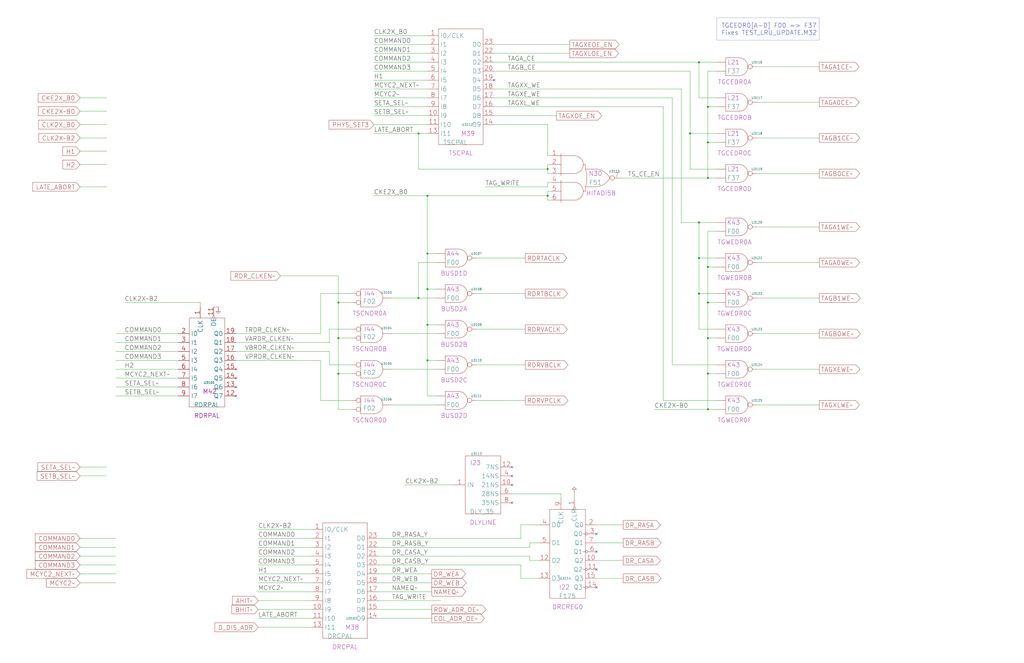
<source format=kicad_sch>
(kicad_sch (version 20250114) (generator "eeschema") (generator_version "9.0")
  (paper "User" 584.2 378.46)
  (title_block (title "CONTROL\\nTAGSTORE CONTROL\\nRDR CLOCK GENERATION") (date "08-MAR-90") (rev "0.0") (comment 1 "MEM32 BOARD") (comment 2 "232-003066") (comment 3 "S400") (comment 4 "RELEASED"))
  (lib_symbols
    (symbol "r1000:DLY_35" (pin_names (offset 1.016))
      (property "Reference" "U" (at 2.54 5.08 0))
      (property "Value" "DLY_35" (at -1.27 -27.94 0))
      (property "Location" "___" (at -1.27 0 0))
      (property "Name" "______" (at 6.35 -35.56 0))
      (symbol "DLY_35_1_1"
        (rectangle (start -3.81 3.81) (end 16.51 -29.21))
        (pin input line (at -10.16 -12.7 0) (length 6.35) (name "IN") (number "1"))
        (pin output line (at 22.86 -2.54 180) (length 6.35) (name "7NS") (number "12"))
        (pin output line (at 22.86 -7.62 180) (length 6.35) (name "14NS") (number "4"))
        (pin output line (at 22.86 -12.7 180) (length 6.35) (name "21NS") (number "10"))
        (pin output line (at 22.86 -17.78 180) (length 6.35) (name "28NS") (number "6"))
        (pin output line (at 22.86 -22.86 180) (length 6.35) (name "35NS") (number "8"))
      )
    )
    (symbol "r1000:DRCPAL" (pin_names (offset 1.016))
      (property "Reference" "U" (at 2.54 5.08 0))
      (property "Value" "DRCPAL" (at -11.43 -5.08 0))
      (property "Location" "___" (at -1.27 0 0))
      (property "Name" "______" (at -1.27 -12.7 0))
      (symbol "DRCPAL_1_1"
        (rectangle (start -13.97 59.69) (end 11.43 -6.35))
        (pin input line (at -20.32 55.88 0) (length 6.35) (name "I0/CLK") (number "1"))
        (pin input line (at -20.32 50.8 0) (length 6.35) (name "I1") (number "2"))
        (pin input line (at -20.32 45.72 0) (length 6.35) (name "I2") (number "3"))
        (pin input line (at -20.32 40.64 0) (length 6.35) (name "I3") (number "4"))
        (pin input line (at -20.32 35.56 0) (length 6.35) (name "I4") (number "5"))
        (pin input line (at -20.32 30.48 0) (length 6.35) (name "I5") (number "6"))
        (pin input line (at -20.32 25.4 0) (length 6.35) (name "I6") (number "7"))
        (pin input line (at -20.32 20.32 0) (length 6.35) (name "I7") (number "8"))
        (pin input line (at -20.32 15.24 0) (length 6.35) (name "I8") (number "9"))
        (pin input line (at -20.32 10.16 0) (length 6.35) (name "I9") (number "10"))
        (pin input line (at -20.32 5.08 0) (length 6.35) (name "I10") (number "11"))
        (pin input line (at -20.32 0 0) (length 6.35) (name "I11") (number "13"))
        (pin output line (at 17.78 50.8 180) (length 6.35) (name "D0") (number "23"))
        (pin output line (at 17.78 45.72 180) (length 6.35) (name "D1") (number "22"))
        (pin output line (at 17.78 40.64 180) (length 6.35) (name "D2") (number "21"))
        (pin output line (at 17.78 35.56 180) (length 6.35) (name "D3") (number "20"))
        (pin output line (at 17.78 30.48 180) (length 6.35) (name "D4") (number "19"))
        (pin output line (at 17.78 25.4 180) (length 6.35) (name "D5") (number "18"))
        (pin output line (at 17.78 20.32 180) (length 6.35) (name "D6") (number "17"))
        (pin output line (at 17.78 15.24 180) (length 6.35) (name "D7") (number "16"))
        (pin output line (at 17.78 10.16 180) (length 6.35) (name "D8") (number "15"))
        (pin output line (at 17.78 5.08 180) (length 6.35) (name "D9") (number "14"))
      )
    )
    (symbol "r1000:F00" (pin_numbers (hide yes)) (pin_names (hide yes))
      (property "Reference" "U" (at 15.24 0 0))
      (property "Value" "F00" (at 1.905 -5.08 0))
      (property "Location" "___" (at 1.905 0 0))
      (property "Name" "______" (at 2.54 -12.7 0))
      (symbol "F00_0_1"
        (polyline (pts (xy -2.54 2.54) (xy -2.54 -7.62)) (stroke (width 0.1524)))
        (polyline (pts (xy -2.54 2.54) (xy 5.08 2.54)) (stroke (width 0.1524)))
        (polyline (pts (xy -2.54 -7.62) (xy 5.08 -7.62)) (stroke (width 0.1524)))
        (arc (start 5.08 2.54) (mid 10.1281 -2.54) (end 5.08 -7.62) (stroke (width 0.1524)))
        (circle (center 11.43 -2.54) (radius 1.27) (stroke (width 0.1524)))
      )
      (symbol "F00_0_2"
        (arc (start -3.175 2.54) (mid -2.134 -2.54) (end -3.175 -7.62) (stroke (width 0.1524)))
        (circle (center -3.81 0) (radius 1.27) (stroke (width 0.1524)))
        (circle (center -3.81 -5.08) (radius 1.27) (stroke (width 0.1524)))
        (polyline (pts (xy -3.175 2.54) (xy 3.81 2.54)) (stroke (width 0.1524)))
        (polyline (pts (xy -3.175 -7.62) (xy 3.81 -7.62)) (stroke (width 0.1524)))
        (arc (start 3.81 2.54) (mid 7.5828 0.7472) (end 10.16 -2.54) (stroke (width 0.1524)))
        (arc (start 10.16 -2.54) (mid 7.5855 -5.8306) (end 3.81 -7.62) (stroke (width 0.1524)))
      )
      (symbol "F00_1_1"
        (pin input line (at -7.62 0 0) (length 5.08) (name "D0") (number "1"))
        (pin input line (at -7.62 -5.08 0) (length 5.08) (name "D1") (number "2"))
        (pin output line (at 15.24 -2.54 180) (length 2.54) (name "Q") (number "3"))
      )
      (symbol "F00_1_2"
        (pin input line (at -7.62 0 0) (length 2.54) (name "D0") (number "1"))
        (pin input line (at -7.62 -5.08 0) (length 2.54) (name "D1") (number "2"))
        (pin output line (at 15.24 -2.54 180) (length 5.08) (name "Q") (number "3"))
      )
    )
    (symbol "r1000:F02" (pin_numbers (hide yes)) (pin_names (hide yes))
      (property "Reference" "U" (at 12.16 0.635 0))
      (property "Value" "F02" (at -1.27 -4.445 0))
      (property "Location" "___" (at 2.54 0 0))
      (property "Name" "______" (at 2.54 -12.7 0))
      (symbol "F02_0_1"
        (arc (start -3.81 2.54) (mid -2.9847 -2.54) (end -3.81 -7.62) (stroke (width 0.1524)))
        (polyline (pts (xy -5.08 0) (xy -3.175 0)) (stroke (width 0.1524)))
        (polyline (pts (xy -5.08 -5.08) (xy -3.175 -5.08)) (stroke (width 0.1524)))
        (polyline (pts (xy -3.81 2.54) (xy 2.54 2.54)) (stroke (width 0.1524)))
        (polyline (pts (xy -3.81 -7.62) (xy 2.54 -7.62)) (stroke (width 0.1524)))
        (arc (start 2.54 2.54) (mid 6.9477 0.8966) (end 10.16 -2.54) (stroke (width 0.1524)))
        (arc (start 10.16 -2.54) (mid 6.9515 -5.9823) (end 2.54 -7.62) (stroke (width 0.1524)))
        (circle (center 11.43 -2.54) (radius 1.27) (stroke (width 0.1524)))
        (polyline (pts (xy 13.97 -2.54) (xy 12.7 -2.54)) (stroke (width 0.1524)))
      )
      (symbol "F02_0_2"
        (circle (center -3.81 0) (radius 1.27) (stroke (width 0.1524)))
        (circle (center -3.81 -5.08) (radius 1.27) (stroke (width 0.1524)))
        (polyline (pts (xy -2.54 2.54) (xy -2.54 -7.62)) (stroke (width 0.1524)))
        (polyline (pts (xy -2.54 2.54) (xy 5.08 2.54)) (stroke (width 0.1524)))
        (polyline (pts (xy -2.54 -7.62) (xy 5.08 -7.62)) (stroke (width 0.1524)))
        (arc (start 5.08 2.54) (mid 10.1281 -2.54) (end 5.08 -7.62) (stroke (width 0.1524)))
        (polyline (pts (xy 11.43 -2.54) (xy 10.16 -2.54)) (stroke (width 0.1524)))
        (polyline (pts (xy 11.43 -2.54) (xy 12.7 -2.54)) (stroke (width 0.1524)))
      )
      (symbol "F02_1_1"
        (pin input line (at -7.62 0 0) (length 2.54) (name "D0") (number "1"))
        (pin input line (at -7.62 -5.08 0) (length 2.54) (name "D1") (number "2"))
        (pin output line (at 15.24 -2.54 180) (length 1.27) (name "Q") (number "3"))
      )
      (symbol "F02_1_2"
        (pin input line (at -7.62 0 0) (length 2.54) (name "D0") (number "1"))
        (pin input line (at -7.62 -5.08 0) (length 2.54) (name "D1") (number "2"))
        (pin output line (at 15.24 -2.54 180) (length 2.54) (name "Q") (number "3"))
      )
    )
    (symbol "r1000:F175" (pin_names (offset 1.016))
      (property "Reference" "U" (at 2.54 5.08 0))
      (property "Value" "F175" (at -1.27 -5.08 0))
      (property "Location" "___" (at -1.27 0 0))
      (property "Name" "______" (at 3.81 -12.7 0))
      (symbol "F175_1_1"
        (rectangle (start -6.35 44.45) (end 13.97 -6.35))
        (circle (center 7.62 45.085) (radius 0.635))
        (circle (center 14.605 30.48) (radius 0.635))
        (circle (center 14.605 20.32) (radius 0.635))
        (circle (center 14.605 10.16) (radius 0.635))
        (circle (center 14.605 0) (radius 0.635))
        (pin input line (at -12.7 35.56 0) (length 6.35) (name "D0") (number "4"))
        (pin input line (at -12.7 25.4 0) (length 6.35) (name "D1") (number "5"))
        (pin input line (at -12.7 15.24 0) (length 6.35) (name "D2") (number "12"))
        (pin input line (at -12.7 5.08 0) (length 6.35) (name "D3") (number "13"))
        (pin input line (at 0 50.8 270) (length 6.35) (name "CLK") (number "9"))
        (pin input line (at 7.62 50.8 270) (length 5.08) (name "CLR") (number "1"))
        (pin output line (at 20.32 35.56 180) (length 6.35) (name "Q0") (number "2"))
        (pin output line (at 20.32 30.48 180) (length 5.08) (name "Q0~") (number "3"))
        (pin output line (at 20.32 25.4 180) (length 6.35) (name "Q1") (number "7"))
        (pin output line (at 20.32 20.32 180) (length 5.08) (name "Q1~") (number "6"))
        (pin output line (at 20.32 15.24 180) (length 6.35) (name "Q2") (number "10"))
        (pin output line (at 20.32 10.16 180) (length 5.08) (name "Q2~") (number "11"))
        (pin output line (at 20.32 5.08 180) (length 6.35) (name "Q3") (number "15"))
        (pin output line (at 20.32 0 180) (length 5.08) (name "Q3~") (number "14"))
      )
    )
    (symbol "r1000:F37" (pin_numbers (hide yes)) (pin_names (offset 0) (hide yes))
      (property "Reference" "U" (at 15.24 0 0))
      (property "Value" "F37" (at 1.905 -5.08 0))
      (property "Location" "___" (at 1.905 0 0))
      (property "Name" "______" (at 2.54 -12.7 0))
      (symbol "F37_0_1"
        (polyline (pts (xy -2.54 2.54) (xy -2.54 -7.62)) (stroke (width 0.1524)))
        (polyline (pts (xy -2.54 2.54) (xy 5.08 2.54)) (stroke (width 0.1524)))
        (polyline (pts (xy -2.54 -7.62) (xy 5.08 -7.62)) (stroke (width 0.1524)))
        (arc (start 5.08 2.54) (mid 10.1281 -2.54) (end 5.08 -7.62) (stroke (width 0.1524)))
        (circle (center 11.43 -2.54) (radius 1.27) (stroke (width 0.1524)))
      )
      (symbol "F37_0_2"
        (arc (start -3.175 2.54) (mid -2.134 -2.54) (end -3.175 -7.62) (stroke (width 0.1524)))
        (circle (center -3.81 0) (radius 1.27) (stroke (width 0.1524)))
        (circle (center -3.81 -5.08) (radius 1.27) (stroke (width 0.1524)))
        (polyline (pts (xy -3.175 2.54) (xy 3.81 2.54)) (stroke (width 0.1524)))
        (polyline (pts (xy -3.175 -7.62) (xy 3.81 -7.62)) (stroke (width 0.1524)))
        (arc (start 3.81 2.54) (mid 7.5828 0.7472) (end 10.16 -2.54) (stroke (width 0.1524)))
        (arc (start 10.16 -2.54) (mid 7.5855 -5.8306) (end 3.81 -7.62) (stroke (width 0.1524)))
      )
      (symbol "F37_1_1"
        (pin input line (at -7.62 0 0) (length 5.08) (name "D0") (number "1"))
        (pin input line (at -7.62 -5.08 0) (length 5.08) (name "D1") (number "2"))
        (pin output line (at 15.24 -2.54 180) (length 2.54) (name "Q") (number "3"))
      )
      (symbol "F37_1_2"
        (pin input line (at -7.62 0 0) (length 2.54) (name "D0") (number "1"))
        (pin input line (at -7.62 -5.08 0) (length 2.54) (name "D1") (number "2"))
        (pin output line (at 15.24 -2.54 180) (length 5.08) (name "Q") (number "3"))
      )
    )
    (symbol "r1000:F51" (pin_names (hide yes))
      (property "Reference" "U" (at 12.7 1.27 0))
      (property "Value" "F51" (at 1.905 -5.08 0))
      (property "Location" "___" (at 1.905 0 0))
      (property "Name" "______" (at 5.08 -12.7 0))
      (symbol "F51_0_0"
        (polyline (pts (xy -20.32 10.16) (xy -17.78 10.16)) (stroke (width 0.1524)))
        (polyline (pts (xy -20.32 5.08) (xy -17.78 5.08)) (stroke (width 0.1524)))
        (polyline (pts (xy -20.32 0) (xy -17.78 0)) (stroke (width 0.1524)))
        (polyline (pts (xy -20.32 -5.08) (xy -17.78 -5.08)) (stroke (width 0.1524)))
        (polyline (pts (xy -20.32 -10.16) (xy -17.78 -10.16)) (stroke (width 0.1524)))
        (polyline (pts (xy -20.32 -15.24) (xy -17.78 -15.24)) (stroke (width 0.1524)))
        (arc (start -3.8173 2.54) (mid -2.9926 -2.54) (end -3.8173 -7.62) (stroke (width 0.1524)))
        (polyline (pts (xy -17.78 11.43) (xy -17.78 -1.27)) (stroke (width 0.1524)))
        (polyline (pts (xy -17.78 -3.81) (xy -17.78 -16.51)) (stroke (width 0.1524)))
        (polyline (pts (xy -10.16 10.16) (xy -17.78 10.16)) (stroke (width 0.1524)))
        (arc (start -10.16 10.16) (mid -6.5679 8.6721) (end -5.08 5.08) (stroke (width 0.1524)))
        (arc (start -5.08 5.08) (mid -6.5679 1.4879) (end -10.16 0) (stroke (width 0.1524)))
        (polyline (pts (xy -10.16 0) (xy -17.78 0)) (stroke (width 0.1524)))
        (polyline (pts (xy -10.16 -5.08) (xy -17.78 -5.08)) (stroke (width 0.1524)))
        (arc (start -10.16 -5.08) (mid -6.5679 -6.5679) (end -5.08 -10.16) (stroke (width 0.1524)))
        (arc (start -5.08 -10.16) (mid -6.5679 -13.7521) (end -10.16 -15.24) (stroke (width 0.1524)))
        (polyline (pts (xy -10.16 -15.24) (xy -17.78 -15.24)) (stroke (width 0.1524)))
        (polyline (pts (xy -5.08 5.08) (xy -3.81 5.08) (xy -3.81 2.54)) (stroke (width 0.1524)))
        (polyline (pts (xy -5.08 -10.16) (xy -3.81 -10.16) (xy -3.81 -7.62)) (stroke (width 0.1524)))
        (polyline (pts (xy -3.81 2.54) (xy 2.54 2.54)) (stroke (width 0.1524)))
        (polyline (pts (xy -3.81 -7.62) (xy 2.54 -7.62)) (stroke (width 0.1524)))
        (arc (start 10.16 -2.54) (mid 6.9504 -5.9807) (end 2.54 -7.62) (stroke (width 0.1524)))
        (arc (start 2.54 2.54) (mid 6.9516 0.9024) (end 10.16 -2.54) (stroke (width 0.1524)))
        (circle (center 11.43 -2.54) (radius 1.27) (stroke (width 0.1524)))
      )
      (symbol "F51_1_1"
        (pin input line (at -22.86 10.16 0) (length 2.54) (name "A1") (number "1"))
        (pin input line (at -22.86 5.08 0) (length 2.54) (name "A2") (number "2"))
        (pin input line (at -22.86 0 0) (length 2.54) (name "A3") (number "3"))
        (pin input line (at -22.86 -5.08 0) (length 2.54) (name "B1") (number "4"))
        (pin input line (at -22.86 -10.16 0) (length 2.54) (name "B2") (number "5"))
        (pin input line (at -22.86 -15.24 0) (length 2.54) (name "B3") (number "6"))
        (pin output line (at 15.24 -2.54 180) (length 2.54) (name "Q") (number "7"))
      )
    )
    (symbol "r1000:PD" (power) (pin_numbers (hide yes)) (pin_names (hide yes)) (in_bom no)
      (symbol "PD_0_1"
        (polyline (pts (xy 0 -2.54) (xy 1.27 -2.54) (xy 0 -3.81) (xy -1.27 -2.54) (xy 0 -2.54)) (stroke (width 0.1524)))
      )
      (symbol "PD_1_1"
        (pin power_in line (at 0 0 270) (length 2.54) (name "PD") (number "1"))
      )
    )
    (symbol "r1000:PU" (power) (pin_numbers (hide yes)) (pin_names (hide yes))
      (symbol "PU_0_1"
        (polyline (pts (xy 0 2.54) (xy -1.27 2.54) (xy 0 3.81) (xy 1.27 2.54) (xy 0 2.54)) (stroke (width 0.1524)))
      )
      (symbol "PU_1_1"
        (pin power_in line (at 0 0 90) (length 2.54) (name "PU") (number "1"))
      )
    )
    (symbol "r1000:RDRPAL" (pin_names (offset 1.016))
      (property "Reference" "U" (at 2.54 5.08 0))
      (property "Value" "RDRPAL" (at -6.35 -7.62 0))
      (property "Location" "___" (at -1.27 0 0))
      (property "Name" "______" (at 1.27 -15.24 0))
      (symbol "RDRPAL_1_1"
        (rectangle (start -8.89 41.91) (end 11.43 -8.89))
        (circle (center 5.08 42.545) (radius 0.635))
        (pin input line (at -15.24 33.02 0) (length 6.35) (name "I0") (number "2"))
        (pin input line (at -15.24 27.94 0) (length 6.35) (name "I1") (number "3"))
        (pin input line (at -15.24 22.86 0) (length 6.35) (name "I2") (number "4"))
        (pin input line (at -15.24 17.78 0) (length 6.35) (name "I3") (number "5"))
        (pin input line (at -15.24 12.7 0) (length 6.35) (name "I4") (number "6"))
        (pin input line (at -15.24 7.62 0) (length 6.35) (name "I5") (number "7"))
        (pin input line (at -15.24 2.54 0) (length 6.35) (name "I6") (number "8"))
        (pin input line (at -15.24 -2.54 0) (length 6.35) (name "I7") (number "9"))
        (pin input line (at -2.54 48.26 270) (length 6.35) (name "CLK") (number "1"))
        (pin input line (at 5.08 48.26 270) (length 5.08) (name "OE") (number "11"))
        (pin output line (at 17.78 33.02 180) (length 6.35) (name "Q0") (number "19"))
        (pin output line (at 17.78 27.94 180) (length 6.35) (name "Q1") (number "18"))
        (pin output line (at 17.78 22.86 180) (length 6.35) (name "Q2") (number "17"))
        (pin output line (at 17.78 17.78 180) (length 6.35) (name "Q3") (number "16"))
        (pin output line (at 17.78 12.7 180) (length 6.35) (name "Q4") (number "15"))
        (pin output line (at 17.78 7.62 180) (length 6.35) (name "Q5") (number "14"))
        (pin output line (at 17.78 2.54 180) (length 6.35) (name "Q6") (number "13"))
        (pin output line (at 17.78 -2.54 180) (length 6.35) (name "Q7") (number "12"))
      )
    )
    (symbol "r1000:TSCPAL" (pin_names (offset 1.016))
      (property "Reference" "U" (at 2.54 5.08 0))
      (property "Value" "TSCPAL" (at -11.43 -5.08 0))
      (property "Location" "___" (at -1.27 0 0))
      (property "Name" "______" (at -1.27 -12.7 0))
      (symbol "TSCPAL_1_1"
        (rectangle (start -13.97 59.69) (end 11.43 -6.35))
        (pin input line (at -20.32 55.88 0) (length 6.35) (name "I0/CLK") (number "1"))
        (pin input line (at -20.32 50.8 0) (length 6.35) (name "I1") (number "2"))
        (pin input line (at -20.32 45.72 0) (length 6.35) (name "I2") (number "3"))
        (pin input line (at -20.32 40.64 0) (length 6.35) (name "I3") (number "4"))
        (pin input line (at -20.32 35.56 0) (length 6.35) (name "I4") (number "5"))
        (pin input line (at -20.32 30.48 0) (length 6.35) (name "I5") (number "6"))
        (pin input line (at -20.32 25.4 0) (length 6.35) (name "I6") (number "7"))
        (pin input line (at -20.32 20.32 0) (length 6.35) (name "I7") (number "8"))
        (pin input line (at -20.32 15.24 0) (length 6.35) (name "I8") (number "9"))
        (pin input line (at -20.32 10.16 0) (length 6.35) (name "I9") (number "10"))
        (pin input line (at -20.32 5.08 0) (length 6.35) (name "I10") (number "11"))
        (pin input line (at -20.32 0 0) (length 6.35) (name "I11") (number "13"))
        (pin output line (at 17.78 50.8 180) (length 6.35) (name "D0") (number "23"))
        (pin output line (at 17.78 45.72 180) (length 6.35) (name "D1") (number "22"))
        (pin output line (at 17.78 40.64 180) (length 6.35) (name "D2") (number "21"))
        (pin output line (at 17.78 35.56 180) (length 6.35) (name "D3") (number "20"))
        (pin output line (at 17.78 30.48 180) (length 6.35) (name "D4") (number "19"))
        (pin output line (at 17.78 25.4 180) (length 6.35) (name "D5") (number "18"))
        (pin output line (at 17.78 20.32 180) (length 6.35) (name "D6") (number "17"))
        (pin output line (at 17.78 15.24 180) (length 6.35) (name "D7") (number "16"))
        (pin output line (at 17.78 10.16 180) (length 6.35) (name "D8") (number "15"))
        (pin output line (at 17.78 5.08 180) (length 6.35) (name "D9") (number "14"))
      )
    )
  )
  (text "TGCEDR0[A-D] F00 => F37\nFixes TEST_LRU_UPDATE.M32" (at 411.48 20.32 0) (effects (font (size 2.54 2.54)) (justify left bottom)))
  (junction (at 193.04 172.72))
  (junction (at 193.04 193.04))
  (junction (at 398.78 35.56))
  (junction (at 398.78 147.32))
  (junction (at 403.86 152.4))
  (junction (at 403.86 101.6))
  (junction (at 403.86 172.72))
  (junction (at 398.78 127))
  (junction (at 403.86 233.68))
  (junction (at 312.42 96.52))
  (junction (at 243.84 165.1))
  (junction (at 398.78 167.64))
  (junction (at 403.86 81.28))
  (junction (at 403.86 213.36))
  (junction (at 238.76 76.2))
  (junction (at 243.84 205.74))
  (junction (at 312.42 111.76))
  (junction (at 243.84 185.42))
  (junction (at 193.04 213.36))
  (junction (at 238.76 170.18))
  (junction (at 403.86 193.04))
  (junction (at 243.84 144.78))
  (junction (at 403.86 60.96))
  (junction (at 393.7 76.2))
  (junction (at 243.84 111.76))
  (no_connect (at 292.1 276.86))
  (no_connect (at 340.36 335.28))
  (no_connect (at 134.62 226.06))
  (no_connect (at 281.94 45.72))
  (no_connect (at 292.1 271.78))
  (no_connect (at 134.62 210.82))
  (no_connect (at 340.36 314.96))
  (no_connect (at 340.36 304.8))
  (no_connect (at 340.36 325.12))
  (no_connect (at 134.62 220.98))
  (no_connect (at 292.1 287.02))
  (no_connect (at 292.1 266.7))
  (no_connect (at 134.62 215.9))
  (wire (pts (xy 281.94 71.12) (xy 312.42 71.12)))
  (wire (pts (xy 147.32 358.14) (xy 177.8 358.14)))
  (wire (pts (xy 213.36 55.88) (xy 243.84 55.88)))
  (wire (pts (xy 353.06 101.6) (xy 403.86 101.6)))
  (wire (pts (xy 398.78 167.64) (xy 408.94 167.64)))
  (wire (pts (xy 213.36 111.76) (xy 243.84 111.76)))
  (wire (pts (xy 45.72 55.88) (xy 60.96 55.88)))
  (wire (pts (xy 182.88 167.64) (xy 182.88 190.5)))
  (wire (pts (xy 147.32 327.66) (xy 177.8 327.66)))
  (wire (pts (xy 403.86 152.4) (xy 408.94 152.4)))
  (wire (pts (xy 408.94 55.88) (xy 398.78 55.88)))
  (wire (pts (xy 403.86 233.68) (xy 403.86 213.36)))
  (wire (pts (xy 45.72 332.74) (xy 66.04 332.74)))
  (wire (pts (xy 314.96 114.3) (xy 312.42 114.3)))
  (wire (pts (xy 302.26 317.5) (xy 302.26 320.04)))
  (wire (pts (xy 393.7 96.52) (xy 408.94 96.52)))
  (wire (pts (xy 243.84 226.06) (xy 248.92 226.06)))
  (wire (pts (xy 271.78 187.96) (xy 299.72 187.96)))
  (wire (pts (xy 213.36 71.12) (xy 243.84 71.12)))
  (wire (pts (xy 147.32 353.06) (xy 177.8 353.06)))
  (wire (pts (xy 243.84 165.1) (xy 243.84 185.42)))
  (wire (pts (xy 302.26 320.04) (xy 307.34 320.04)))
  (wire (pts (xy 213.36 76.2) (xy 238.76 76.2)))
  (wire (pts (xy 393.7 76.2) (xy 393.7 96.52)))
  (wire (pts (xy 213.36 60.96) (xy 243.84 60.96)))
  (wire (pts (xy 45.72 266.7) (xy 60.96 266.7)))
  (wire (pts (xy 238.76 170.18) (xy 238.76 149.86)))
  (wire (pts (xy 160.02 157.48) (xy 193.04 157.48)))
  (wire (pts (xy 238.76 170.18) (xy 248.92 170.18)))
  (wire (pts (xy 45.72 106.68) (xy 60.96 106.68)))
  (wire (pts (xy 340.36 309.88) (xy 355.6 309.88)))
  (wire (pts (xy 373.38 233.68) (xy 403.86 233.68)))
  (wire (pts (xy 45.72 93.98) (xy 60.96 93.98)))
  (wire (pts (xy 398.78 147.32) (xy 398.78 127)))
  (wire (pts (xy 297.18 330.2) (xy 307.34 330.2)))
  (wire (pts (xy 383.54 55.88) (xy 383.54 208.28)))
  (wire (pts (xy 281.94 50.8) (xy 388.62 50.8)))
  (wire (pts (xy 45.72 322.58) (xy 66.04 322.58)))
  (wire (pts (xy 45.72 86.36) (xy 60.96 86.36)))
  (wire (pts (xy 297.18 299.72) (xy 307.34 299.72)))
  (wire (pts (xy 213.36 35.56) (xy 243.84 35.56)))
  (wire (pts (xy 147.32 307.34) (xy 177.8 307.34)))
  (wire (pts (xy 238.76 76.2) (xy 243.84 76.2)))
  (wire (pts (xy 281.94 35.56) (xy 398.78 35.56)))
  (wire (pts (xy 243.84 144.78) (xy 243.84 165.1)))
  (wire (pts (xy 431.8 210.82) (xy 467.36 210.82)))
  (wire (pts (xy 213.36 25.4) (xy 243.84 25.4)))
  (wire (pts (xy 66.04 205.74) (xy 101.6 205.74)))
  (wire (pts (xy 193.04 213.36) (xy 200.66 213.36)))
  (wire (pts (xy 408.94 40.64) (xy 403.86 40.64)))
  (wire (pts (xy 215.9 317.5) (xy 302.26 317.5)))
  (wire (pts (xy 45.72 327.66) (xy 66.04 327.66)))
  (wire (pts (xy 45.72 312.42) (xy 66.04 312.42)))
  (wire (pts (xy 312.42 99.06) (xy 312.42 96.52)))
  (wire (pts (xy 147.32 347.98) (xy 177.8 347.98)))
  (wire (pts (xy 66.04 226.06) (xy 101.6 226.06)))
  (wire (pts (xy 281.94 30.48) (xy 325.12 30.48)))
  (wire (pts (xy 238.76 96.52) (xy 238.76 76.2)))
  (wire (pts (xy 114.3 172.72) (xy 114.3 175.26)))
  (wire (pts (xy 431.8 149.86) (xy 467.36 149.86)))
  (wire (pts (xy 231.14 276.86) (xy 259.08 276.86)))
  (wire (pts (xy 193.04 193.04) (xy 200.66 193.04)))
  (wire (pts (xy 45.72 78.74) (xy 60.96 78.74)))
  (wire (pts (xy 431.8 129.54) (xy 467.36 129.54)))
  (wire (pts (xy 297.18 307.34) (xy 297.18 299.72)))
  (polyline (pts (xy 408.94 10.16) (xy 408.94 22.86)) (stroke (width 0.0305)))
  (wire (pts (xy 403.86 193.04) (xy 403.86 172.72)))
  (wire (pts (xy 213.36 45.72) (xy 243.84 45.72)))
  (wire (pts (xy 312.42 109.22) (xy 314.96 109.22)))
  (wire (pts (xy 200.66 208.28) (xy 187.96 208.28)))
  (wire (pts (xy 215.9 347.98) (xy 246.38 347.98)))
  (wire (pts (xy 215.9 327.66) (xy 246.38 327.66)))
  (wire (pts (xy 121.92 175.26) (xy 124.46 175.26)))
  (wire (pts (xy 238.76 149.86) (xy 248.92 149.86)))
  (wire (pts (xy 243.84 185.42) (xy 248.92 185.42)))
  (wire (pts (xy 281.94 66.04) (xy 317.5 66.04)))
  (wire (pts (xy 213.36 40.64) (xy 243.84 40.64)))
  (polyline (pts (xy 408.94 10.16) (xy 467.36 10.16)) (stroke (width 0.0305)))
  (wire (pts (xy 215.9 332.74) (xy 246.38 332.74)))
  (wire (pts (xy 243.84 205.74) (xy 243.84 226.06)))
  (wire (pts (xy 271.78 147.32) (xy 299.72 147.32)))
  (wire (pts (xy 215.9 322.58) (xy 297.18 322.58)))
  (wire (pts (xy 271.78 167.64) (xy 299.72 167.64)))
  (wire (pts (xy 215.9 337.82) (xy 246.38 337.82)))
  (wire (pts (xy 213.36 50.8) (xy 243.84 50.8)))
  (wire (pts (xy 403.86 60.96) (xy 403.86 81.28)))
  (wire (pts (xy 243.84 165.1) (xy 248.92 165.1)))
  (wire (pts (xy 281.94 60.96) (xy 378.46 60.96)))
  (wire (pts (xy 193.04 193.04) (xy 193.04 213.36)))
  (wire (pts (xy 378.46 228.6) (xy 408.94 228.6)))
  (wire (pts (xy 243.84 144.78) (xy 248.92 144.78)))
  (wire (pts (xy 45.72 317.5) (xy 66.04 317.5)))
  (wire (pts (xy 292.1 281.94) (xy 320.04 281.94)))
  (wire (pts (xy 213.36 30.48) (xy 243.84 30.48)))
  (wire (pts (xy 276.86 106.68) (xy 312.42 106.68)))
  (wire (pts (xy 193.04 172.72) (xy 200.66 172.72)))
  (wire (pts (xy 312.42 111.76) (xy 312.42 109.22)))
  (wire (pts (xy 398.78 55.88) (xy 398.78 35.56)))
  (wire (pts (xy 271.78 228.6) (xy 299.72 228.6)))
  (wire (pts (xy 193.04 157.48) (xy 193.04 172.72)))
  (wire (pts (xy 297.18 322.58) (xy 297.18 330.2)))
  (wire (pts (xy 312.42 93.98) (xy 314.96 93.98)))
  (wire (pts (xy 393.7 76.2) (xy 408.94 76.2)))
  (wire (pts (xy 431.8 190.5) (xy 467.36 190.5)))
  (wire (pts (xy 134.62 195.58) (xy 187.96 195.58)))
  (wire (pts (xy 403.86 60.96) (xy 408.94 60.96)))
  (wire (pts (xy 193.04 213.36) (xy 193.04 233.68)))
  (wire (pts (xy 340.36 299.72) (xy 355.6 299.72)))
  (wire (pts (xy 398.78 127) (xy 408.94 127)))
  (wire (pts (xy 66.04 200.66) (xy 101.6 200.66)))
  (wire (pts (xy 403.86 101.6) (xy 408.94 101.6)))
  (wire (pts (xy 223.52 210.82) (xy 248.92 210.82)))
  (wire (pts (xy 314.96 88.9) (xy 312.42 88.9)))
  (wire (pts (xy 403.86 132.08) (xy 408.94 132.08)))
  (wire (pts (xy 215.9 353.06) (xy 246.38 353.06)))
  (wire (pts (xy 393.7 40.64) (xy 393.7 76.2)))
  (wire (pts (xy 408.94 187.96) (xy 398.78 187.96)))
  (wire (pts (xy 327.66 281.94) (xy 327.66 284.48)))
  (wire (pts (xy 431.8 78.74) (xy 467.36 78.74)))
  (wire (pts (xy 281.94 25.4) (xy 325.12 25.4)))
  (wire (pts (xy 66.04 190.5) (xy 101.6 190.5)))
  (wire (pts (xy 403.86 213.36) (xy 403.86 193.04)))
  (wire (pts (xy 431.8 170.18) (xy 467.36 170.18)))
  (wire (pts (xy 45.72 271.78) (xy 60.96 271.78)))
  (wire (pts (xy 398.78 147.32) (xy 408.94 147.32)))
  (wire (pts (xy 403.86 213.36) (xy 408.94 213.36)))
  (wire (pts (xy 243.84 185.42) (xy 243.84 205.74)))
  (wire (pts (xy 302.26 312.42) (xy 302.26 309.88)))
  (wire (pts (xy 187.96 187.96) (xy 200.66 187.96)))
  (wire (pts (xy 215.9 307.34) (xy 297.18 307.34)))
  (wire (pts (xy 243.84 111.76) (xy 243.84 144.78)))
  (wire (pts (xy 403.86 172.72) (xy 408.94 172.72)))
  (wire (pts (xy 147.32 322.58) (xy 177.8 322.58)))
  (wire (pts (xy 403.86 193.04) (xy 408.94 193.04)))
  (wire (pts (xy 383.54 208.28) (xy 408.94 208.28)))
  (wire (pts (xy 215.9 342.9) (xy 251.46 342.9)))
  (wire (pts (xy 200.66 167.64) (xy 182.88 167.64)))
  (wire (pts (xy 66.04 195.58) (xy 101.6 195.58)))
  (wire (pts (xy 243.84 205.74) (xy 248.92 205.74)))
  (wire (pts (xy 213.36 66.04) (xy 243.84 66.04)))
  (wire (pts (xy 215.9 312.42) (xy 302.26 312.42)))
  (wire (pts (xy 312.42 104.14) (xy 314.96 104.14)))
  (wire (pts (xy 281.94 55.88) (xy 383.54 55.88)))
  (wire (pts (xy 281.94 40.64) (xy 393.7 40.64)))
  (wire (pts (xy 223.52 190.5) (xy 248.92 190.5)))
  (wire (pts (xy 312.42 96.52) (xy 312.42 93.98)))
  (wire (pts (xy 147.32 312.42) (xy 177.8 312.42)))
  (wire (pts (xy 378.46 60.96) (xy 378.46 228.6)))
  (wire (pts (xy 431.8 99.06) (xy 467.36 99.06)))
  (wire (pts (xy 243.84 111.76) (xy 312.42 111.76)))
  (wire (pts (xy 398.78 187.96) (xy 398.78 167.64)))
  (wire (pts (xy 388.62 127) (xy 398.78 127)))
  (wire (pts (xy 403.86 152.4) (xy 403.86 132.08)))
  (wire (pts (xy 320.04 281.94) (xy 320.04 284.48)))
  (wire (pts (xy 193.04 172.72) (xy 193.04 193.04)))
  (wire (pts (xy 403.86 81.28) (xy 408.94 81.28)))
  (wire (pts (xy 340.36 330.2) (xy 355.6 330.2)))
  (polyline (pts (xy 467.36 10.16) (xy 467.36 22.86)) (stroke (width 0.0305)))
  (wire (pts (xy 431.8 231.14) (xy 467.36 231.14)))
  (wire (pts (xy 182.88 190.5) (xy 134.62 190.5)))
  (wire (pts (xy 312.42 114.3) (xy 312.42 111.76)))
  (wire (pts (xy 134.62 205.74) (xy 182.88 205.74)))
  (wire (pts (xy 66.04 220.98) (xy 101.6 220.98)))
  (wire (pts (xy 388.62 50.8) (xy 388.62 127)))
  (wire (pts (xy 340.36 320.04) (xy 355.6 320.04)))
  (wire (pts (xy 66.04 215.9) (xy 101.6 215.9)))
  (wire (pts (xy 403.86 172.72) (xy 403.86 152.4)))
  (wire (pts (xy 182.88 228.6) (xy 200.66 228.6)))
  (wire (pts (xy 312.42 96.52) (xy 238.76 96.52)))
  (wire (pts (xy 182.88 205.74) (xy 182.88 228.6)))
  (wire (pts (xy 147.32 332.74) (xy 177.8 332.74)))
  (wire (pts (xy 431.8 58.42) (xy 467.36 58.42)))
  (wire (pts (xy 312.42 106.68) (xy 312.42 104.14)))
  (wire (pts (xy 45.72 71.12) (xy 60.96 71.12)))
  (wire (pts (xy 187.96 200.66) (xy 134.62 200.66)))
  (wire (pts (xy 213.36 20.32) (xy 243.84 20.32)))
  (wire (pts (xy 398.78 35.56) (xy 408.94 35.56)))
  (wire (pts (xy 271.78 208.28) (xy 299.72 208.28)))
  (wire (pts (xy 312.42 88.9) (xy 312.42 71.12)))
  (wire (pts (xy 431.8 38.1) (xy 467.36 38.1)))
  (wire (pts (xy 398.78 167.64) (xy 398.78 147.32)))
  (wire (pts (xy 71.12 172.72) (xy 114.3 172.72)))
  (wire (pts (xy 187.96 208.28) (xy 187.96 200.66)))
  (wire (pts (xy 147.32 317.5) (xy 177.8 317.5)))
  (wire (pts (xy 403.86 81.28) (xy 403.86 101.6)))
  (wire (pts (xy 223.52 231.14) (xy 248.92 231.14)))
  (wire (pts (xy 66.04 210.82) (xy 101.6 210.82)))
  (wire (pts (xy 403.86 40.64) (xy 403.86 60.96)))
  (wire (pts (xy 147.32 302.26) (xy 177.8 302.26)))
  (wire (pts (xy 147.32 342.9) (xy 177.8 342.9)))
  (wire (pts (xy 45.72 63.5) (xy 60.96 63.5)))
  (wire (pts (xy 314.96 99.06) (xy 312.42 99.06)))
  (wire (pts (xy 302.26 309.88) (xy 307.34 309.88)))
  (wire (pts (xy 193.04 233.68) (xy 200.66 233.68)))
  (polyline (pts (xy 467.36 22.86) (xy 408.94 22.86)) (stroke (width 0.0305)))
  (wire (pts (xy 403.86 233.68) (xy 408.94 233.68)))
  (wire (pts (xy 147.32 337.82) (xy 177.8 337.82)))
  (wire (pts (xy 223.52 170.18) (xy 238.76 170.18)))
  (wire (pts (xy 45.72 307.34) (xy 66.04 307.34)))
  (wire (pts (xy 187.96 195.58) (xy 187.96 187.96)))
  (label "TS_CE_EN" (at 358.14 101.6 0) (effects (font (size 2.54 2.54))))
  (label "MCYC2_NEXT~" (at 71.12 215.9 0) (effects (font (size 2.54 2.54))))
  (label "DR_CASB_Y" (at 223.52 322.58 0) (effects (font (size 2.54 2.54))))
  (label "MCYC2~" (at 213.36 55.88 0) (effects (font (size 2.54 2.54))))
  (label "VBRDR_CLKEN~" (at 139.7 200.66 0) (effects (font (size 2.54 2.54))))
  (label "CLK2X~B2" (at 147.32 302.26 0) (effects (font (size 2.54 2.54))))
  (label "CLK2X~B2" (at 71.12 172.72 0) (effects (font (size 2.54 2.54))))
  (label "LATE_ABORT" (at 213.36 76.2 0) (effects (font (size 2.54 2.54))))
  (label "COMMAND1" (at 147.32 312.42 0) (effects (font (size 2.54 2.54))))
  (label "CLK2X_B0" (at 213.36 20.32 0) (effects (font (size 2.54 2.54))))
  (label "COMMAND3" (at 71.12 205.74 0) (effects (font (size 2.54 2.54))))
  (label "COMMAND2" (at 71.12 200.66 0) (effects (font (size 2.54 2.54))))
  (label "CLK2X~B2" (at 231.14 276.86 0) (effects (font (size 2.54 2.54))))
  (label "SETA_SEL~" (at 71.12 220.98 0) (effects (font (size 2.54 2.54))))
  (label "TRDR_CLKEN~" (at 139.7 190.5 0) (effects (font (size 2.54 2.54))))
  (label "TAGXL_WE" (at 289.56 60.96 0) (effects (font (size 2.54 2.54))))
  (label "COMMAND0" (at 71.12 190.5 0) (effects (font (size 2.54 2.54))))
  (label "VARDR_CLKEN~" (at 139.7 195.58 0) (effects (font (size 2.54 2.54))))
  (label "CKE2X~B0" (at 373.38 233.68 0) (effects (font (size 2.54 2.54))))
  (label "COMMAND0" (at 147.32 307.34 0) (effects (font (size 2.54 2.54))))
  (label "SETB_SEL~" (at 213.36 66.04 0) (effects (font (size 2.54 2.54))))
  (label "DR_WEA" (at 223.52 327.66 0) (effects (font (size 2.54 2.54))))
  (label "TAGB_CE" (at 289.56 40.64 0) (effects (font (size 2.54 2.54))))
  (label "SETB_SEL~" (at 71.12 226.06 0) (effects (font (size 2.54 2.54))))
  (label "DR_RASA_Y" (at 223.52 307.34 0) (effects (font (size 2.54 2.54))))
  (label "COMMAND2" (at 147.32 317.5 0) (effects (font (size 2.54 2.54))))
  (label "COMMAND1" (at 71.12 195.58 0) (effects (font (size 2.54 2.54))))
  (label "H1" (at 213.36 45.72 0) (effects (font (size 2.54 2.54))))
  (label "VPRDR_CLKEN~" (at 139.7 205.74 0) (effects (font (size 2.54 2.54))))
  (label "DR_WEB" (at 223.52 332.74 0) (effects (font (size 2.54 2.54))))
  (label "TAG_WRITE" (at 276.86 106.68 0) (effects (font (size 2.54 2.54))))
  (label "TAGXE_WE" (at 289.56 55.88 0) (effects (font (size 2.54 2.54))))
  (label "H1" (at 147.32 327.66 0) (effects (font (size 2.54 2.54))))
  (label "DR_CASA_Y" (at 223.52 317.5 0) (effects (font (size 2.54 2.54))))
  (label "H2" (at 71.12 210.82 0) (effects (font (size 2.54 2.54))))
  (label "TAGA_CE" (at 289.56 35.56 0) (effects (font (size 2.54 2.54))))
  (label "MCYC2~" (at 147.32 337.82 0) (effects (font (size 2.54 2.54))))
  (label "CKE2X_B0" (at 213.36 111.76 0) (effects (font (size 2.54 2.54))))
  (label "COMMAND2" (at 213.36 35.56 0) (effects (font (size 2.54 2.54))))
  (label "MCYC2_NEXT~" (at 147.32 332.74 0) (effects (font (size 2.54 2.54))))
  (label "LATE_ABORT" (at 147.32 353.06 0) (effects (font (size 2.54 2.54))))
  (label "TAGXX_WE" (at 289.56 50.8 0) (effects (font (size 2.54 2.54))))
  (label "NAMEQ~" (at 223.52 337.82 0) (effects (font (size 2.54 2.54))))
  (label "COMMAND3" (at 213.36 40.64 0) (effects (font (size 2.54 2.54))))
  (label "TAG_WRITE" (at 223.52 342.9 0) (effects (font (size 2.54 2.54))))
  (label "MCYC2_NEXT~" (at 213.36 50.8 0) (effects (font (size 2.54 2.54))))
  (label "COMMAND3" (at 147.32 322.58 0) (effects (font (size 2.54 2.54))))
  (label "COMMAND1" (at 213.36 30.48 0) (effects (font (size 2.54 2.54))))
  (label "SETA_SEL~" (at 213.36 60.96 0) (effects (font (size 2.54 2.54))))
  (label "COMMAND0" (at 213.36 25.4 0) (effects (font (size 2.54 2.54))))
  (label "DR_RASB_Y" (at 223.52 312.42 0) (effects (font (size 2.54 2.54))))
  (global_label "TAGB1WE~" (shape output) (at 467.36 170.18 0) (effects (font (size 2.54 2.54))) (property "Intersheetrefs" "${INTERSHEET_REFS}" (at 490.8127 170.0213 0) (effects (font (size 1.905 1.905)) (justify left))))
  (global_label "CKE2X~B0" (shape input) (at 45.72 63.5 180) (effects (font (size 2.54 2.54))) (property "Intersheetrefs" "${INTERSHEET_REFS}" (at 21.9045 63.3413 0) (effects (font (size 1.905 1.905)) (justify right))))
  (global_label "DR_CASA" (shape output) (at 355.6 320.04 0) (effects (font (size 2.54 2.54))) (property "Intersheetrefs" "${INTERSHEET_REFS}" (at 376.7546 319.8813 0) (effects (font (size 1.905 1.905)) (justify left))))
  (global_label "LATE_ABORT" (shape input) (at 45.72 106.68 180) (effects (font (size 2.54 2.54))) (property "Intersheetrefs" "${INTERSHEET_REFS}" (at 18.6388 106.5213 0) (effects (font (size 1.905 1.905)) (justify right))))
  (global_label "MCYC2~" (shape input) (at 45.72 332.74 180) (effects (font (size 2.54 2.54))) (property "Intersheetrefs" "${INTERSHEET_REFS}" (at 26.5007 332.5813 0) (effects (font (size 1.905 1.905)) (justify right))))
  (global_label "COL_ADR_OE~" (shape output) (at 246.38 353.06 0) (effects (font (size 2.54 2.54))) (property "Intersheetrefs" "${INTERSHEET_REFS}" (at 276.3641 352.9013 0) (effects (font (size 1.905 1.905)) (justify left))))
  (global_label "RDRTBCLK" (shape output) (at 299.72 167.64 0) (effects (font (size 2.54 2.54))) (property "Intersheetrefs" "${INTERSHEET_REFS}" (at 323.7774 167.4813 0) (effects (font (size 1.905 1.905)) (justify left))))
  (global_label "ROW_ADR_OE~" (shape output) (at 246.38 347.98 0) (effects (font (size 2.54 2.54))) (property "Intersheetrefs" "${INTERSHEET_REFS}" (at 277.2108 347.8213 0) (effects (font (size 1.905 1.905)) (justify left))))
  (global_label "TAGB0CE~" (shape output) (at 467.36 99.06 0) (effects (font (size 2.54 2.54))) (property "Intersheetrefs" "${INTERSHEET_REFS}" (at 490.4498 98.9013 0) (effects (font (size 1.905 1.905)) (justify left))))
  (global_label "DR_RASA" (shape output) (at 355.6 299.72 0) (effects (font (size 2.54 2.54))) (property "Intersheetrefs" "${INTERSHEET_REFS}" (at 376.7546 299.5613 0) (effects (font (size 1.905 1.905)) (justify left))))
  (global_label "PHYS_SET3" (shape input) (at 213.36 71.12 180) (effects (font (size 2.54 2.54))) (property "Intersheetrefs" "${INTERSHEET_REFS}" (at 187.7302 70.9613 0) (effects (font (size 1.905 1.905)) (justify right))))
  (global_label "TAGXOE_EN" (shape output) (at 317.5 66.04 0) (effects (font (size 2.54 2.54))) (property "Intersheetrefs" "${INTERSHEET_REFS}" (at 343.2508 65.8813 0) (effects (font (size 1.905 1.905)) (justify left))))
  (global_label "CLK2X_B0" (shape input) (at 45.72 71.12 180) (effects (font (size 2.54 2.54))) (property "Intersheetrefs" "${INTERSHEET_REFS}" (at 22.0254 70.9613 0) (effects (font (size 1.905 1.905)) (justify right))))
  (global_label "TAGXEOE_EN" (shape output) (at 325.12 25.4 0) (effects (font (size 2.54 2.54))) (property "Intersheetrefs" "${INTERSHEET_REFS}" (at 353.1689 25.2413 0) (effects (font (size 1.905 1.905)) (justify left))))
  (global_label "SETB_SEL~" (shape input) (at 45.72 271.78 180) (effects (font (size 2.54 2.54))) (property "Intersheetrefs" "${INTERSHEET_REFS}" (at 21.1788 271.6213 0) (effects (font (size 1.905 1.905)) (justify right))))
  (global_label "H2" (shape input) (at 45.72 93.98 180) (effects (font (size 2.54 2.54))) (property "Intersheetrefs" "${INTERSHEET_REFS}" (at 35.814 93.8213 0) (effects (font (size 1.905 1.905)) (justify right))))
  (global_label "RDR_CLKEN~" (shape input) (at 160.02 157.48 180) (effects (font (size 2.54 2.54))) (property "Intersheetrefs" "${INTERSHEET_REFS}" (at 131.7292 157.3213 0) (effects (font (size 1.905 1.905)) (justify right))))
  (global_label "TAGB1CE~" (shape output) (at 467.36 78.74 0) (effects (font (size 2.54 2.54))) (property "Intersheetrefs" "${INTERSHEET_REFS}" (at 490.4498 78.5813 0) (effects (font (size 1.905 1.905)) (justify left))))
  (global_label "TAGA1WE~" (shape output) (at 467.36 129.54 0) (effects (font (size 2.54 2.54))) (property "Intersheetrefs" "${INTERSHEET_REFS}" (at 490.4498 129.3813 0) (effects (font (size 1.905 1.905)) (justify left))))
  (global_label "TAGA0WE~" (shape output) (at 467.36 149.86 0) (effects (font (size 2.54 2.54))) (property "Intersheetrefs" "${INTERSHEET_REFS}" (at 490.4498 149.7013 0) (effects (font (size 1.905 1.905)) (justify left))))
  (global_label "CKE2X_B0" (shape input) (at 45.72 55.88 180) (effects (font (size 2.54 2.54))) (property "Intersheetrefs" "${INTERSHEET_REFS}" (at 21.7835 55.7213 0) (effects (font (size 1.905 1.905)) (justify right))))
  (global_label "TAGXEWE~" (shape output) (at 467.36 210.82 0) (effects (font (size 2.54 2.54))) (property "Intersheetrefs" "${INTERSHEET_REFS}" (at 490.5708 210.6613 0) (effects (font (size 1.905 1.905)) (justify left))))
  (global_label "SETA_SEL~" (shape input) (at 45.72 266.7 180) (effects (font (size 2.54 2.54))) (property "Intersheetrefs" "${INTERSHEET_REFS}" (at 21.5416 266.5413 0) (effects (font (size 1.905 1.905)) (justify right))))
  (global_label "BHIT~" (shape input) (at 147.32 347.98 180) (effects (font (size 2.54 2.54))) (property "Intersheetrefs" "${INTERSHEET_REFS}" (at 132.334 347.8213 0) (effects (font (size 1.905 1.905)) (justify right))))
  (global_label "TAGA0CE~" (shape output) (at 467.36 58.42 0) (effects (font (size 2.54 2.54))) (property "Intersheetrefs" "${INTERSHEET_REFS}" (at 490.087 58.2613 0) (effects (font (size 1.905 1.905)) (justify left))))
  (global_label "TAGB0WE~" (shape output) (at 467.36 190.5 0) (effects (font (size 2.54 2.54))) (property "Intersheetrefs" "${INTERSHEET_REFS}" (at 490.8127 190.3413 0) (effects (font (size 1.905 1.905)) (justify left))))
  (global_label "RDRVPCLK" (shape output) (at 299.72 228.6 0) (effects (font (size 2.54 2.54))) (property "Intersheetrefs" "${INTERSHEET_REFS}" (at 324.0193 228.4413 0) (effects (font (size 1.905 1.905)) (justify left))))
  (global_label "TAGA1CE~" (shape output) (at 467.36 38.1 0) (effects (font (size 2.54 2.54))) (property "Intersheetrefs" "${INTERSHEET_REFS}" (at 490.087 37.9413 0) (effects (font (size 1.905 1.905)) (justify left))))
  (global_label "DR_WEA" (shape output) (at 246.38 327.66 0) (effects (font (size 2.54 2.54))) (property "Intersheetrefs" "${INTERSHEET_REFS}" (at 265.5993 327.5013 0) (effects (font (size 1.905 1.905)) (justify left))))
  (global_label "NAMEQ~" (shape output) (at 246.38 337.82 0) (effects (font (size 2.54 2.54))) (property "Intersheetrefs" "${INTERSHEET_REFS}" (at 265.7203 337.6613 0) (effects (font (size 1.905 1.905)) (justify left))))
  (global_label "MCYC2_NEXT~" (shape input) (at 45.72 327.66 180) (effects (font (size 2.54 2.54))) (property "Intersheetrefs" "${INTERSHEET_REFS}" (at 15.2521 327.5013 0) (effects (font (size 1.905 1.905)) (justify right))))
  (global_label "COMMAND0" (shape input) (at 45.72 307.34 180) (effects (font (size 2.54 2.54))) (property "Intersheetrefs" "${INTERSHEET_REFS}" (at 20.0902 307.1813 0) (effects (font (size 1.905 1.905)) (justify right))))
  (global_label "COMMAND2" (shape input) (at 45.72 317.5 180) (effects (font (size 2.54 2.54))) (property "Intersheetrefs" "${INTERSHEET_REFS}" (at 20.0902 317.3413 0) (effects (font (size 1.905 1.905)) (justify right))))
  (global_label "DR_CASB" (shape output) (at 355.6 330.2 0) (effects (font (size 2.54 2.54))) (property "Intersheetrefs" "${INTERSHEET_REFS}" (at 377.1174 330.0413 0) (effects (font (size 1.905 1.905)) (justify left))))
  (global_label "D_DIS_ADR" (shape input) (at 147.32 358.14 180) (effects (font (size 2.54 2.54))) (property "Intersheetrefs" "${INTERSHEET_REFS}" (at 122.6578 357.9813 0) (effects (font (size 1.905 1.905)) (justify right))))
  (global_label "DR_RASB" (shape output) (at 355.6 309.88 0) (effects (font (size 2.54 2.54))) (property "Intersheetrefs" "${INTERSHEET_REFS}" (at 377.1174 309.7213 0) (effects (font (size 1.905 1.905)) (justify left))))
  (global_label "DR_WEB" (shape output) (at 246.38 332.74 0) (effects (font (size 2.54 2.54))) (property "Intersheetrefs" "${INTERSHEET_REFS}" (at 265.9622 332.5813 0) (effects (font (size 1.905 1.905)) (justify left))))
  (global_label "H1" (shape input) (at 45.72 86.36 180) (effects (font (size 2.54 2.54))) (property "Intersheetrefs" "${INTERSHEET_REFS}" (at 35.814 86.2013 0) (effects (font (size 1.905 1.905)) (justify right))))
  (global_label "COMMAND3" (shape input) (at 45.72 322.58 180) (effects (font (size 2.54 2.54))) (property "Intersheetrefs" "${INTERSHEET_REFS}" (at 20.0902 322.4213 0) (effects (font (size 1.905 1.905)) (justify right))))
  (global_label "TAGXLOE_EN" (shape output) (at 325.12 30.48 0) (effects (font (size 2.54 2.54))) (property "Intersheetrefs" "${INTERSHEET_REFS}" (at 352.927 30.3213 0) (effects (font (size 1.905 1.905)) (justify left))))
  (global_label "AHIT~" (shape input) (at 147.32 342.9 180) (effects (font (size 2.54 2.54))) (property "Intersheetrefs" "${INTERSHEET_REFS}" (at 132.6969 342.7413 0) (effects (font (size 1.905 1.905)) (justify right))))
  (global_label "RDRTACLK" (shape output) (at 299.72 147.32 0) (effects (font (size 2.54 2.54))) (property "Intersheetrefs" "${INTERSHEET_REFS}" (at 323.4146 147.1613 0) (effects (font (size 1.905 1.905)) (justify left))))
  (global_label "RDRVACLK" (shape output) (at 299.72 187.96 0) (effects (font (size 2.54 2.54))) (property "Intersheetrefs" "${INTERSHEET_REFS}" (at 323.6565 187.8013 0) (effects (font (size 1.905 1.905)) (justify left))))
  (global_label "RDRVBCLK" (shape output) (at 299.72 208.28 0) (effects (font (size 2.54 2.54))) (property "Intersheetrefs" "${INTERSHEET_REFS}" (at 324.0193 208.1213 0) (effects (font (size 1.905 1.905)) (justify left))))
  (global_label "TAGXLWE~" (shape output) (at 467.36 231.14 0) (effects (font (size 2.54 2.54))) (property "Intersheetrefs" "${INTERSHEET_REFS}" (at 490.3289 230.9813 0) (effects (font (size 1.905 1.905)) (justify left))))
  (global_label "COMMAND1" (shape input) (at 45.72 312.42 180) (effects (font (size 2.54 2.54))) (property "Intersheetrefs" "${INTERSHEET_REFS}" (at 20.0902 312.2613 0) (effects (font (size 1.905 1.905)) (justify right))))
  (global_label "CLK2X~B2" (shape input) (at 45.72 78.74 180) (effects (font (size 2.54 2.54))) (property "Intersheetrefs" "${INTERSHEET_REFS}" (at 22.1464 78.5813 0) (effects (font (size 1.905 1.905)) (justify right))))
  (symbol (lib_id "r1000:F02") (at 208.28 167.64 0) (unit 1) (convert 2)
    (property "Reference" "U3103" (at 220.44 167.005 0))
    (property "Value" "F02" (at 207.01 172.085 0) (effects (font (size 2.54 2.54)) (justify left)))
    (property "Location" "I44" (at 210.82 167.64 0) (effects (font (size 2.54 2.54))))
    (property "Name" "TSCNOR0A" (at 210.82 180.34 0) (effects (font (size 2.54 2.54)) (justify bottom)))
  )
  (symbol (lib_id "r1000:F175") (at 320.04 335.28 0) (unit 1)
    (property "Reference" "U3114" (at 322.58 330.2 0))
    (property "Value" "F175" (at 318.77 340.36 0) (effects (font (size 2.54 2.54)) (justify left)))
    (property "Location" "I22" (at 318.77 335.28 0) (effects (font (size 2.54 2.54)) (justify left)))
    (property "Name" "DRCREG0" (at 323.85 347.98 0) (effects (font (size 2.54 2.54)) (justify bottom)))
  )
  (symbol (lib_id "r1000:F37") (at 416.56 96.52 0) (unit 1)
    (property "Reference" "U3119" (at 431.8 96.52 0))
    (property "Value" "F37" (at 418.465 101.6 0) (effects (font (size 2.54 2.54))))
    (property "Location" "L21" (at 418.465 96.52 0) (effects (font (size 2.54 2.54))))
    (property "Name" "TGCEDR0D" (at 419.1 109.22 0) (effects (font (size 2.54 2.54)) (justify bottom)))
  )
  (symbol (lib_id "r1000:F00") (at 256.54 185.42 0) (unit 1)
    (property "Reference" "U3109" (at 271.78 185.42 0))
    (property "Value" "F00" (at 258.445 190.5 0) (effects (font (size 2.54 2.54))))
    (property "Location" "A43" (at 258.445 185.42 0) (effects (font (size 2.54 2.54))))
    (property "Name" "BUSD2B" (at 259.08 198.12 0) (effects (font (size 2.54 2.54)) (justify bottom)))
  )
  (symbol (lib_id "r1000:TSCPAL") (at 264.16 76.2 0) (unit 1)
    (property "Reference" "U3112" (at 266.7 71.12 0))
    (property "Value" "TSCPAL" (at 252.73 81.28 0) (effects (font (size 2.54 2.54)) (justify left)))
    (property "Location" "M39" (at 262.89 76.2 0) (effects (font (size 2.54 2.54)) (justify left)))
    (property "Name" "TSCPAL" (at 262.89 88.9 0) (effects (font (size 2.54 2.54)) (justify bottom)))
  )
  (symbol (lib_id "r1000:PU") (at 327.66 281.94 0) (unit 1)
    (property "Reference" "#PWR0114" (effects (hide yes)))
    (property "Value" "PU" (effects (hide yes)))
  )
  (symbol (lib_id "r1000:F00") (at 416.56 208.28 0) (unit 1)
    (property "Reference" "U3124" (at 431.8 208.28 0))
    (property "Value" "F00" (at 418.465 213.36 0) (effects (font (size 2.54 2.54))))
    (property "Location" "K43" (at 418.465 208.28 0) (effects (font (size 2.54 2.54))))
    (property "Name" "TGWEDR0E" (at 419.1 220.98 0) (effects (font (size 2.54 2.54)) (justify bottom)))
  )
  (symbol (lib_id "r1000:F00") (at 416.56 147.32 0) (unit 1)
    (property "Reference" "U3121" (at 431.8 147.32 0))
    (property "Value" "F00" (at 418.465 152.4 0) (effects (font (size 2.54 2.54))))
    (property "Location" "K43" (at 418.465 147.32 0) (effects (font (size 2.54 2.54))))
    (property "Name" "TGWEDR0B" (at 419.1 160.02 0) (effects (font (size 2.54 2.54)) (justify bottom)))
  )
  (symbol (lib_id "r1000:DRCPAL") (at 198.12 358.14 0) (unit 1)
    (property "Reference" "U3102" (at 200.66 353.06 0))
    (property "Value" "DRCPAL" (at 186.69 363.22 0) (effects (font (size 2.54 2.54)) (justify left)))
    (property "Location" "M38" (at 196.85 358.14 0) (effects (font (size 2.54 2.54)) (justify left)))
    (property "Name" "DRCPAL" (at 196.85 370.84 0) (effects (font (size 2.54 2.54)) (justify bottom)))
  )
  (symbol (lib_id "r1000:F02") (at 208.28 208.28 0) (unit 1) (convert 2)
    (property "Reference" "U3105" (at 220.44 207.645 0))
    (property "Value" "F02" (at 207.01 212.725 0) (effects (font (size 2.54 2.54)) (justify left)))
    (property "Location" "I44" (at 210.82 208.28 0) (effects (font (size 2.54 2.54))))
    (property "Name" "TSCNOR0C" (at 210.82 220.98 0) (effects (font (size 2.54 2.54)) (justify bottom)))
  )
  (symbol (lib_id "r1000:F00") (at 416.56 167.64 0) (unit 1)
    (property "Reference" "U3122" (at 431.8 167.64 0))
    (property "Value" "F00" (at 418.465 172.72 0) (effects (font (size 2.54 2.54))))
    (property "Location" "K43" (at 418.465 167.64 0) (effects (font (size 2.54 2.54))))
    (property "Name" "TGWEDR0C" (at 419.1 180.34 0) (effects (font (size 2.54 2.54)) (justify bottom)))
  )
  (symbol (lib_id "r1000:RDRPAL") (at 116.84 223.52 0) (unit 1)
    (property "Reference" "U3101" (at 119.38 218.44 0))
    (property "Value" "RDRPAL" (at 110.49 231.14 0) (effects (font (size 2.54 2.54)) (justify left)))
    (property "Location" "M42" (at 115.57 223.52 0) (effects (font (size 2.54 2.54)) (justify left)))
    (property "Name" "RDRPAL" (at 118.11 238.76 0) (effects (font (size 2.54 2.54)) (justify bottom)))
  )
  (symbol (lib_id "r1000:F00") (at 416.56 228.6 0) (unit 1)
    (property "Reference" "U3125" (at 431.8 228.6 0))
    (property "Value" "F00" (at 418.465 233.68 0) (effects (font (size 2.54 2.54))))
    (property "Location" "K43" (at 418.465 228.6 0) (effects (font (size 2.54 2.54))))
    (property "Name" "TGWEDR0F" (at 419.1 241.3 0) (effects (font (size 2.54 2.54)) (justify bottom)))
  )
  (symbol (lib_id "r1000:F37") (at 416.56 55.88 0) (unit 1)
    (property "Reference" "U3117" (at 431.8 55.88 0))
    (property "Value" "F37" (at 418.465 60.96 0) (effects (font (size 2.54 2.54))))
    (property "Location" "L21" (at 418.465 55.88 0) (effects (font (size 2.54 2.54))))
    (property "Name" "TGCEDR0B" (at 419.1 68.58 0) (effects (font (size 2.54 2.54)) (justify bottom)))
  )
  (symbol (lib_id "r1000:F37") (at 416.56 35.56 0) (unit 1)
    (property "Reference" "U3116" (at 431.8 35.56 0))
    (property "Value" "F37" (at 418.465 40.64 0) (effects (font (size 2.54 2.54))))
    (property "Location" "L21" (at 418.465 35.56 0) (effects (font (size 2.54 2.54))))
    (property "Name" "TGCEDR0A" (at 419.1 48.26 0) (effects (font (size 2.54 2.54)) (justify bottom)))
  )
  (symbol (lib_id "r1000:F37") (at 416.56 76.2 0) (unit 1)
    (property "Reference" "U3118" (at 431.8 76.2 0))
    (property "Value" "F37" (at 418.465 81.28 0) (effects (font (size 2.54 2.54))))
    (property "Location" "L21" (at 418.465 76.2 0) (effects (font (size 2.54 2.54))))
    (property "Name" "TGCEDR0C" (at 419.1 88.9 0) (effects (font (size 2.54 2.54)) (justify bottom)))
  )
  (symbol (lib_id "r1000:F02") (at 208.28 187.96 0) (unit 1) (convert 2)
    (property "Reference" "U3104" (at 220.44 187.325 0))
    (property "Value" "F02" (at 207.01 192.405 0) (effects (font (size 2.54 2.54)) (justify left)))
    (property "Location" "I44" (at 210.82 187.96 0) (effects (font (size 2.54 2.54))))
    (property "Name" "TSCNOR0B" (at 210.82 200.66 0) (effects (font (size 2.54 2.54)) (justify bottom)))
  )
  (symbol (lib_id "r1000:PD") (at 124.46 175.26 0) (unit 1) (in_bom no)
    (property "Reference" "#PWR03101" (effects (hide yes)))
    (property "Value" "PD" (effects (hide yes)))
  )
  (symbol (lib_id "r1000:F00") (at 416.56 187.96 0) (unit 1)
    (property "Reference" "U3123" (at 431.8 187.96 0))
    (property "Value" "F00" (at 418.465 193.04 0) (effects (font (size 2.54 2.54))))
    (property "Location" "K43" (at 418.465 187.96 0) (effects (font (size 2.54 2.54))))
    (property "Name" "TGWEDR0D" (at 419.1 200.66 0) (effects (font (size 2.54 2.54)) (justify bottom)))
  )
  (symbol (lib_id "r1000:F00") (at 256.54 205.74 0) (unit 1)
    (property "Reference" "U3110" (at 271.78 205.74 0))
    (property "Value" "F00" (at 258.445 210.82 0) (effects (font (size 2.54 2.54))))
    (property "Location" "A43" (at 258.445 205.74 0) (effects (font (size 2.54 2.54))))
    (property "Name" "BUSD2C" (at 259.08 218.44 0) (effects (font (size 2.54 2.54)) (justify bottom)))
  )
  (symbol (lib_id "r1000:F51") (at 337.82 99.06 0) (unit 1)
    (property "Reference" "U3115" (at 350.52 97.79 0))
    (property "Value" "F51" (at 339.725 104.14 0) (effects (font (size 2.54 2.54))))
    (property "Location" "N30" (at 339.725 99.06 0) (effects (font (size 2.54 2.54))))
    (property "Name" "HITAOI5B" (at 342.9 111.76 0) (effects (font (size 2.54 2.54)) (justify bottom)))
  )
  (symbol (lib_id "r1000:F00") (at 256.54 226.06 0) (unit 1)
    (property "Reference" "U3111" (at 271.78 226.06 0))
    (property "Value" "F00" (at 258.445 231.14 0) (effects (font (size 2.54 2.54))))
    (property "Location" "A43" (at 258.445 226.06 0) (effects (font (size 2.54 2.54))))
    (property "Name" "BUSD2D" (at 259.08 238.76 0) (effects (font (size 2.54 2.54)) (justify bottom)))
  )
  (symbol (lib_id "r1000:F00") (at 256.54 144.78 0) (unit 1)
    (property "Reference" "U3107" (at 271.78 144.78 0))
    (property "Value" "F00" (at 258.445 149.86 0) (effects (font (size 2.54 2.54))))
    (property "Location" "A44" (at 258.445 144.78 0) (effects (font (size 2.54 2.54))))
    (property "Name" "BUSD1D" (at 259.08 157.48 0) (effects (font (size 2.54 2.54)) (justify bottom)))
  )
  (symbol (lib_id "r1000:F00") (at 416.56 127 0) (unit 1)
    (property "Reference" "U3120" (at 431.8 127 0))
    (property "Value" "F00" (at 418.465 132.08 0) (effects (font (size 2.54 2.54))))
    (property "Location" "K43" (at 418.465 127 0) (effects (font (size 2.54 2.54))))
    (property "Name" "TGWEDR0A" (at 419.1 139.7 0) (effects (font (size 2.54 2.54)) (justify bottom)))
  )
  (symbol (lib_id "r1000:F02") (at 208.28 228.6 0) (unit 1) (convert 2)
    (property "Reference" "U3106" (at 220.44 227.965 0))
    (property "Value" "F02" (at 207.01 233.045 0) (effects (font (size 2.54 2.54)) (justify left)))
    (property "Location" "I44" (at 210.82 228.6 0) (effects (font (size 2.54 2.54))))
    (property "Name" "TSCNOR0D" (at 210.82 241.3 0) (effects (font (size 2.54 2.54)) (justify bottom)))
  )
  (symbol (lib_id "r1000:F00") (at 256.54 165.1 0) (unit 1)
    (property "Reference" "U3108" (at 271.78 165.1 0))
    (property "Value" "F00" (at 258.445 170.18 0) (effects (font (size 2.54 2.54))))
    (property "Location" "A43" (at 258.445 165.1 0) (effects (font (size 2.54 2.54))))
    (property "Name" "BUSD2A" (at 259.08 177.8 0) (effects (font (size 2.54 2.54)) (justify bottom)))
  )
  (symbol (lib_id "r1000:DLY_35") (at 269.24 264.16 0) (unit 1)
    (property "Reference" "U3113" (at 271.78 259.08 0))
    (property "Value" "DLY_35" (at 267.97 292.1 0) (effects (font (size 2.54 2.54)) (justify left)))
    (property "Location" "I23" (at 267.97 264.16 0) (effects (font (size 2.54 2.54)) (justify left)))
    (property "Name" "DLYLINE" (at 275.59 299.72 0) (effects (font (size 2.54 2.54)) (justify bottom)))
  )
)
</source>
